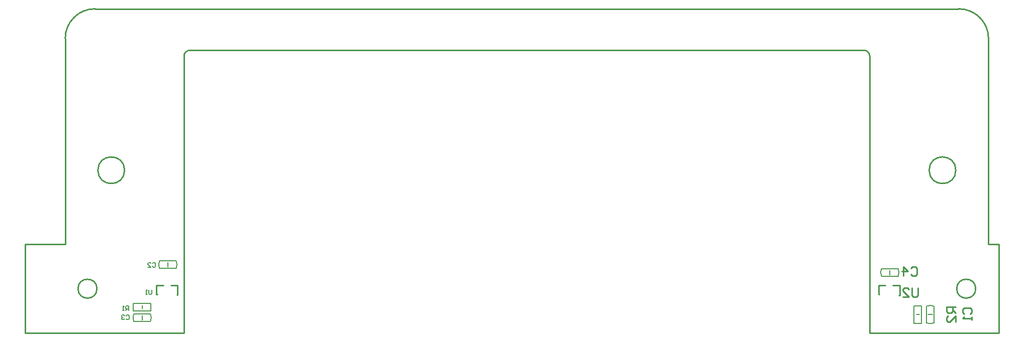
<source format=gbo>
G04*
G04 #@! TF.GenerationSoftware,Altium Limited,Altium Designer,18.1.8 (232)*
G04*
G04 Layer_Color=32896*
%FSLAX25Y25*%
%MOIN*%
G70*
G01*
G75*
%ADD10C,0.01000*%
%ADD27C,0.00800*%
%ADD28C,0.00500*%
D10*
X96595Y31784D02*
X101094D01*
Y25284D02*
Y31784D01*
X100594Y25284D02*
X101094D01*
X87094Y31784D02*
X91594D01*
X87094Y25784D02*
Y31784D01*
Y25784D02*
X87594D01*
X575463Y31730D02*
X579963D01*
Y25229D02*
Y31730D01*
X579463Y25229D02*
X579963D01*
X565963Y31730D02*
X570463D01*
X565963Y25730D02*
Y31730D01*
Y25730D02*
X566463D01*
X622561Y12765D02*
X621561Y13765D01*
Y15765D01*
X622561Y16764D01*
X626559D01*
X627559Y15765D01*
Y13765D01*
X626559Y12765D01*
X627559Y10766D02*
Y8767D01*
Y9766D01*
X621561D01*
X622561Y10766D01*
X587468Y43007D02*
X588468Y44007D01*
X590467D01*
X591467Y43007D01*
Y39009D01*
X590467Y38009D01*
X588468D01*
X587468Y39009D01*
X582470Y38009D02*
Y44007D01*
X585469Y41008D01*
X581470D01*
X616929Y17323D02*
X610931D01*
Y14324D01*
X611931Y13324D01*
X613930D01*
X614930Y14324D01*
Y17323D01*
Y15324D02*
X616929Y13324D01*
Y7326D02*
Y11325D01*
X612930Y7326D01*
X611931D01*
X610931Y8326D01*
Y10325D01*
X611931Y11325D01*
X591861Y30228D02*
Y25229D01*
X590861Y24229D01*
X588862D01*
X587862Y25229D01*
Y30228D01*
X581864Y24229D02*
X585863D01*
X581864Y28228D01*
Y29228D01*
X582864Y30228D01*
X584863D01*
X585863Y29228D01*
X617126Y108268D02*
G03*
X617126Y108268I-8858J0D01*
G01*
X560040Y184055D02*
G03*
X556103Y187992I-3937J0D01*
G01*
X109252D02*
G03*
X105315Y184055I0J-3937D01*
G01*
X46260Y215551D02*
G03*
X26575Y195866I0J-19685D01*
G01*
X638780D02*
G03*
X619095Y215551I-19685J0D01*
G01*
X630315Y29528D02*
G03*
X630315Y29528I-6299J0D01*
G01*
X65945Y108268D02*
G03*
X65945Y108268I-8858J0D01*
G01*
X47638Y29528D02*
G03*
X47638Y29528I-6299J0D01*
G01*
X560040Y0D02*
X645670D01*
X560040D02*
Y184055D01*
X109252Y187992D02*
X556103D01*
X105315Y0D02*
Y184055D01*
X0Y0D02*
X105315D01*
X0D02*
Y58875D01*
Y55174D02*
Y59055D01*
X26575D01*
Y195866D01*
X46260Y215551D02*
X619095D01*
X638780Y59055D02*
Y195866D01*
Y59055D02*
X645670D01*
Y0D02*
Y59055D01*
D27*
X83071Y7736D02*
G03*
X83071Y12736I-5410J2500D01*
G01*
X72047D02*
G03*
X72047Y7736I5410J-2500D01*
G01*
X89105Y47989D02*
G03*
X89105Y42989I5410J-2500D01*
G01*
X100128D02*
G03*
X100128Y47989I-5410J2500D01*
G01*
X578869Y37871D02*
G03*
X578869Y42871I-5410J2500D01*
G01*
X567845D02*
G03*
X567845Y37871I5410J-2500D01*
G01*
X597680Y6821D02*
G03*
X602680Y6821I2500J5410D01*
G01*
Y17845D02*
G03*
X597680Y17845I-2500J-5410D01*
G01*
X71809Y14823D02*
Y19823D01*
Y14823D02*
X83309D01*
Y19823D01*
X71809D02*
X83309D01*
X77559Y16323D02*
Y18323D01*
Y8736D02*
Y11736D01*
X72047Y12736D02*
X83071D01*
X72047Y7736D02*
X83071D01*
X94617Y43989D02*
Y46989D01*
X89105Y42989D02*
X100128D01*
X89105Y47989D02*
X100128D01*
X589412Y6583D02*
X594412D01*
Y18083D01*
X589412D02*
X594412D01*
X589412Y6583D02*
Y18083D01*
X590912Y12333D02*
X592912D01*
X567845Y42871D02*
X578868D01*
X567845Y37871D02*
X578868D01*
X573357Y38871D02*
Y41871D01*
X602680Y6821D02*
Y17845D01*
X597680Y6821D02*
Y17845D01*
X598680Y12333D02*
X601680D01*
D28*
X83858Y28857D02*
Y26358D01*
X83358Y25858D01*
X82359D01*
X81859Y26358D01*
Y28857D01*
X80859Y25858D02*
X79860D01*
X80359D01*
Y28857D01*
X80859Y28357D01*
X66898Y11554D02*
X67398Y12054D01*
X68398D01*
X68898Y11554D01*
Y9555D01*
X68398Y9055D01*
X67398D01*
X66898Y9555D01*
X65899Y11554D02*
X65399Y12054D01*
X64399D01*
X63899Y11554D01*
Y11055D01*
X64399Y10555D01*
X64899D01*
X64399D01*
X63899Y10055D01*
Y9555D01*
X64399Y9055D01*
X65399D01*
X65899Y9555D01*
X84350Y46414D02*
X84849Y46913D01*
X85849D01*
X86349Y46414D01*
Y44414D01*
X85849Y43914D01*
X84849D01*
X84350Y44414D01*
X81350Y43914D02*
X83350D01*
X81350Y45914D01*
Y46414D01*
X81850Y46913D01*
X82850D01*
X83350Y46414D01*
X68504Y14961D02*
Y17960D01*
X67004D01*
X66505Y17460D01*
Y16460D01*
X67004Y15960D01*
X68504D01*
X67504D02*
X66505Y14961D01*
X65505D02*
X64505D01*
X65005D01*
Y17960D01*
X65505Y17460D01*
M02*

</source>
